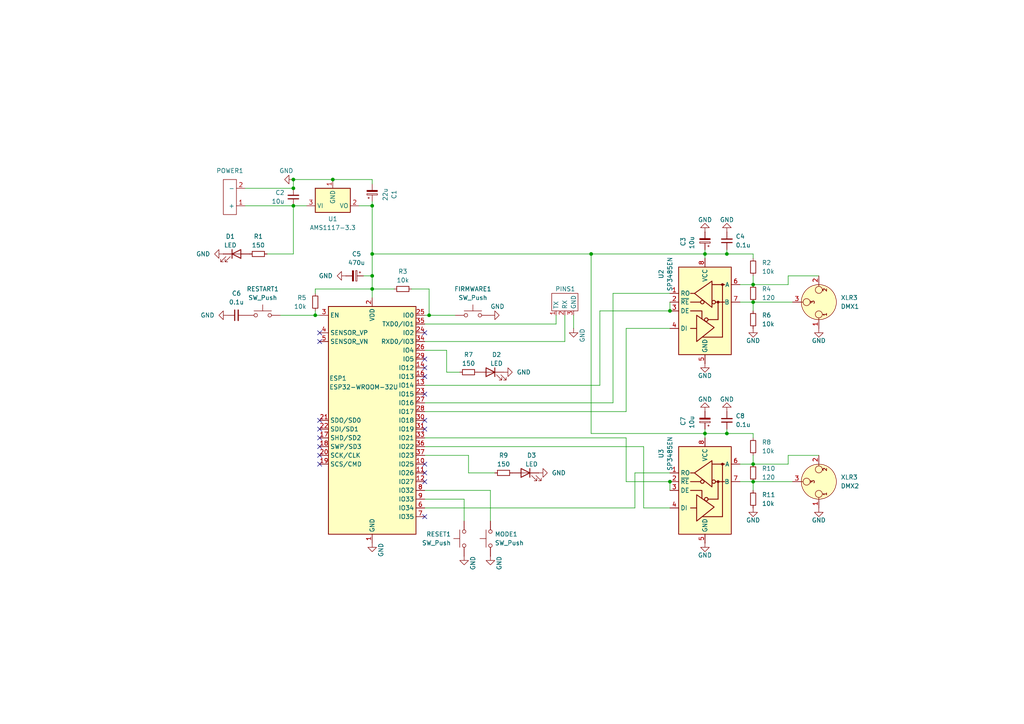
<source format=kicad_sch>
(kicad_sch (version 20250114) (generator "eeschema") (generator_version "9.0")
  (paper "A4")
  (title_block (title "Wi-Fi DMX-controller") (date "2025-03-07"))
  (lib_symbols
    (symbol "Connector_Audio:XLR3" (pin_names (hide yes))
      (property "Reference" "J" (at 0 8.89 0))
      (property "Value" "XLR3" (at 0 6.35 0))
      (symbol "XLR3_0_1"
        (polyline (pts (xy -5.08 0) (xy -4.572 0)))
        (circle (center -3.556 0) (radius 1.016))
        (circle (center 0 0) (radius 5.08) (fill (type background)))
        (circle (center 0 -3.556) (radius 1.016))
        (polyline (pts (xy 0 -5.08) (xy 0 -4.572)))
        (circle (center 3.556 0) (radius 1.016))
        (polyline (pts (xy 5.08 0) (xy 4.572 0)))
        (text "1" (at -3.556 1.778 0) (effects (font (size 1.016 1.016) (bold yes))))
        (text "3" (at 0 -1.778 0) (effects (font (size 1.016 1.016) (bold yes))))
        (text "2" (at 3.556 1.778 0) (effects (font (size 1.016 1.016) (bold yes))))
        (pin passive line (at -7.62 0 0) (length 2.54) (name "~") (number "1"))
        (pin passive line (at 0 -7.62 90) (length 2.54) (name "~") (number "3"))
        (pin passive line (at 7.62 0 180) (length 2.54) (name "~") (number "2"))
      )
    )
    (symbol "Device:C_Polarized_Small" (pin_numbers (hide yes)) (pin_names (offset 0.254) (hide yes))
      (property "Reference" "C" (at 0.254 1.778 0))
      (property "Value" "C_Polarized_Small" (at 0.254 -2.032 0))
      (symbol "C_Polarized_Small_0_1"
        (rectangle (start -1.524 0.6858) (end 1.524 0.3048))
        (rectangle (start -1.524 -0.3048) (end 1.524 -0.6858) (fill (type outline)))
        (polyline (pts (xy -1.27 1.524) (xy -0.762 1.524)))
        (polyline (pts (xy -1.016 1.27) (xy -1.016 1.778)))
      )
      (symbol "C_Polarized_Small_1_1"
        (pin passive line (at 0 2.54 270) (length 1.8542) (name "~") (number "1"))
        (pin passive line (at 0 -2.54 90) (length 1.8542) (name "~") (number "2"))
      )
    )
    (symbol "Device:C_Small" (pin_numbers (hide yes)) (pin_names (offset 0.254) (hide yes))
      (property "Reference" "C" (at 0.254 1.778 0))
      (property "Value" "C_Small" (at 0.254 -2.032 0))
      (symbol "C_Small_0_1"
        (polyline (pts (xy -1.524 0.508) (xy 1.524 0.508)) (stroke (width 0.3048)))
        (polyline (pts (xy -1.524 -0.508) (xy 1.524 -0.508)) (stroke (width 0.3302)))
      )
      (symbol "C_Small_1_1"
        (pin passive line (at 0 2.54 270) (length 2.032) (name "~") (number "1"))
        (pin passive line (at 0 -2.54 90) (length 2.032) (name "~") (number "2"))
      )
    )
    (symbol "Device:LED" (pin_numbers (hide yes)) (pin_names (offset 1.016) (hide yes))
      (property "Reference" "D" (at 0 2.54 0))
      (property "Value" "LED" (at 0 -2.54 0))
      (symbol "LED_0_1"
        (polyline (pts (xy -3.048 -0.762) (xy -4.572 -2.286) (xy -3.81 -2.286) (xy -4.572 -2.286) (xy -4.572 -1.524)))
        (polyline (pts (xy -1.778 -0.762) (xy -3.302 -2.286) (xy -2.54 -2.286) (xy -3.302 -2.286) (xy -3.302 -1.524)))
        (polyline (pts (xy -1.27 0) (xy 1.27 0)))
        (polyline (pts (xy -1.27 -1.27) (xy -1.27 1.27)) (stroke (width 0.254)))
        (polyline (pts (xy 1.27 -1.27) (xy 1.27 1.27) (xy -1.27 0) (xy 1.27 -1.27)) (stroke (width 0.254)))
      )
      (symbol "LED_1_1"
        (pin passive line (at -3.81 0 0) (length 2.54) (name "K") (number "1"))
        (pin passive line (at 3.81 0 180) (length 2.54) (name "A") (number "2"))
      )
    )
    (symbol "Device:R_Small" (pin_numbers (hide yes)) (pin_names (offset 0.254) (hide yes))
      (property "Reference" "R" (at 0.762 0.508 0))
      (property "Value" "R_Small" (at 0.762 -1.016 0))
      (symbol "R_Small_0_1"
        (rectangle (start -0.762 1.778) (end 0.762 -1.778) (stroke (width 0.2032)))
      )
      (symbol "R_Small_1_1"
        (pin passive line (at 0 2.54 270) (length 0.762) (name "~") (number "1"))
        (pin passive line (at 0 -2.54 90) (length 0.762) (name "~") (number "2"))
      )
    )
    (symbol "Interface_UART:SP3485EN"
      (property "Reference" "U" (at -7.62 13.97 0))
      (property "Value" "SP3485EN" (at 1.905 13.97 0))
      (symbol "SP3485EN_0_1"
        (rectangle (start -7.62 12.7) (end 7.62 -12.7) (stroke (width 0.254)) (fill (type background)))
        (polyline (pts (xy -4.191 2.54) (xy -1.27 2.54)) (stroke (width 0.254)))
        (polyline (pts (xy -4.191 0) (xy -0.889 0) (xy -0.889 -2.286)) (stroke (width 0.254)))
        (polyline (pts (xy -3.175 5.08) (xy -4.191 5.08) (xy -4.064 5.08)) (stroke (width 0.254)))
        (polyline (pts (xy -2.54 -5.08) (xy -4.191 -5.08)) (stroke (width 0.254)))
        (polyline (pts (xy -2.413 -5.08) (xy -2.413 -1.27) (xy 2.667 -4.826) (xy -2.413 -8.89) (xy -2.413 -5.08)) (stroke (width 0.254)))
        (polyline (pts (xy -0.635 -7.62) (xy 5.08 -7.62)) (stroke (width 0.254)))
        (circle (center 0.381 -2.54) (radius 0.508) (stroke (width 0.254)))
        (polyline (pts (xy 0.889 -2.54) (xy 3.81 -2.54)) (stroke (width 0.254)))
        (polyline (pts (xy 2.032 7.62) (xy 5.715 7.62)) (stroke (width 0.254)))
        (polyline (pts (xy 3.048 2.54) (xy 5.715 2.54)) (stroke (width 0.254)))
        (circle (center 3.81 2.54) (radius 0.2794) (stroke (width 0.254)) (fill (type outline)))
        (polyline (pts (xy 3.81 -2.54) (xy 3.81 2.54)) (stroke (width 0.254)))
        (polyline (pts (xy 5.08 -7.62) (xy 5.08 7.62)) (stroke (width 0.254)))
      )
      (symbol "SP3485EN_1_1"
        (circle (center -0.762 2.54) (radius 0.508) (stroke (width 0.254)))
        (polyline (pts (xy 2.032 4.826) (xy 2.032 8.636) (xy -3.048 5.08) (xy 2.032 1.016) (xy 2.032 4.826)) (stroke (width 0.254)))
        (circle (center 2.54 2.54) (radius 0.508) (stroke (width 0.254)))
        (circle (center 5.08 7.62) (radius 0.2794) (stroke (width 0.254)) (fill (type outline)))
        (pin output line (at -10.16 5.08 0) (length 2.54) (name "RO") (number "1"))
        (pin input line (at -10.16 2.54 0) (length 2.54) (name "~{RE}") (number "2"))
        (pin input line (at -10.16 0 0) (length 2.54) (name "DE") (number "3"))
        (pin input line (at -10.16 -5.08 0) (length 2.54) (name "DI") (number "4"))
        (pin power_in line (at 0 15.24 270) (length 2.54) (name "VCC") (number "8"))
        (pin power_in line (at 0 -15.24 90) (length 2.54) (name "GND") (number "5"))
        (pin bidirectional line (at 10.16 7.62 180) (length 2.54) (name "A") (number "6"))
        (pin bidirectional line (at 10.16 2.54 180) (length 2.54) (name "B") (number "7"))
      )
    )
    (symbol "RF_Module:ESP32-WROOM-32U"
      (property "Reference" "U" (at -12.7 34.29 0))
      (property "Value" "ESP32-WROOM-32U" (at 1.27 34.29 0))
      (symbol "ESP32-WROOM-32U_0_1"
        (rectangle (start -12.7 33.02) (end 12.7 -33.02) (stroke (width 0.254)) (fill (type background)))
      )
      (symbol "ESP32-WROOM-32U_1_1"
        (pin input line (at -15.24 30.48 0) (length 2.54) (name "EN") (number "3"))
        (pin input line (at -15.24 25.4 0) (length 2.54) (name "SENSOR_VP") (number "4"))
        (pin input line (at -15.24 22.86 0) (length 2.54) (name "SENSOR_VN") (number "5"))
        (pin bidirectional line (at -15.24 0 0) (length 2.54) (name "SDO/SD0") (number "21"))
        (pin bidirectional line (at -15.24 -2.54 0) (length 2.54) (name "SDI/SD1") (number "22"))
        (pin bidirectional line (at -15.24 -5.08 0) (length 2.54) (name "SHD/SD2") (number "17"))
        (pin bidirectional line (at -15.24 -7.62 0) (length 2.54) (name "SWP/SD3") (number "18"))
        (pin bidirectional line (at -15.24 -10.16 0) (length 2.54) (name "SCK/CLK") (number "20"))
        (pin bidirectional line (at -15.24 -12.7 0) (length 2.54) (name "SCS/CMD") (number "19"))
        (pin no_connect line (at -12.7 -27.94 0) (length 2.54) (hide yes) (name "NC") (number "32"))
        (pin power_in line (at 0 35.56 270) (length 2.54) (name "VDD") (number "2"))
        (pin power_in line (at 0 -35.56 90) (length 2.54) (name "GND") (number "1"))
        (pin passive line (at 0 -35.56 90) (length 2.54) (hide yes) (name "GND") (number "15"))
        (pin passive line (at 0 -35.56 90) (length 2.54) (hide yes) (name "GND") (number "38"))
        (pin passive line (at 0 -35.56 90) (length 2.54) (hide yes) (name "GND") (number "39"))
        (pin bidirectional line (at 15.24 30.48 180) (length 2.54) (name "IO0") (number "25"))
        (pin bidirectional line (at 15.24 27.94 180) (length 2.54) (name "TXD0/IO1") (number "35"))
        (pin bidirectional line (at 15.24 25.4 180) (length 2.54) (name "IO2") (number "24"))
        (pin bidirectional line (at 15.24 22.86 180) (length 2.54) (name "RXD0/IO3") (number "34"))
        (pin bidirectional line (at 15.24 20.32 180) (length 2.54) (name "IO4") (number "26"))
        (pin bidirectional line (at 15.24 17.78 180) (length 2.54) (name "IO5") (number "29"))
        (pin bidirectional line (at 15.24 15.24 180) (length 2.54) (name "IO12") (number "14"))
        (pin bidirectional line (at 15.24 12.7 180) (length 2.54) (name "IO13") (number "16"))
        (pin bidirectional line (at 15.24 10.16 180) (length 2.54) (name "IO14") (number "13"))
        (pin bidirectional line (at 15.24 7.62 180) (length 2.54) (name "IO15") (number "23"))
        (pin bidirectional line (at 15.24 5.08 180) (length 2.54) (name "IO16") (number "27"))
        (pin bidirectional line (at 15.24 2.54 180) (length 2.54) (name "IO17") (number "28"))
        (pin bidirectional line (at 15.24 0 180) (length 2.54) (name "IO18") (number "30"))
        (pin bidirectional line (at 15.24 -2.54 180) (length 2.54) (name "IO19") (number "31"))
        (pin bidirectional line (at 15.24 -5.08 180) (length 2.54) (name "IO21") (number "33"))
        (pin bidirectional line (at 15.24 -7.62 180) (length 2.54) (name "IO22") (number "36"))
        (pin bidirectional line (at 15.24 -10.16 180) (length 2.54) (name "IO23") (number "37"))
        (pin bidirectional line (at 15.24 -12.7 180) (length 2.54) (name "IO25") (number "10"))
        (pin bidirectional line (at 15.24 -15.24 180) (length 2.54) (name "IO26") (number "11"))
        (pin bidirectional line (at 15.24 -17.78 180) (length 2.54) (name "IO27") (number "12"))
        (pin bidirectional line (at 15.24 -20.32 180) (length 2.54) (name "IO32") (number "8"))
        (pin bidirectional line (at 15.24 -22.86 180) (length 2.54) (name "IO33") (number "9"))
        (pin input line (at 15.24 -25.4 180) (length 2.54) (name "IO34") (number "6"))
        (pin input line (at 15.24 -27.94 180) (length 2.54) (name "IO35") (number "7"))
      )
    )
    (symbol "Regulator_Linear:AMS1117-3.3"
      (property "Reference" "U" (at -3.81 3.175 0))
      (property "Value" "AMS1117-3.3" (at 0 3.175 0))
      (symbol "AMS1117-3.3_0_1"
        (rectangle (start -5.08 -5.08) (end 5.08 1.905) (stroke (width 0.254)) (fill (type background)))
      )
      (symbol "AMS1117-3.3_1_1"
        (pin power_in line (at -7.62 0 0) (length 2.54) (name "VI") (number "3"))
        (pin power_in line (at 0 -7.62 90) (length 2.54) (name "GND") (number "1"))
        (pin power_out line (at 7.62 0 180) (length 2.54) (name "VO") (number "2"))
      )
    )
    (symbol "Switch:SW_Push" (pin_numbers (hide yes)) (pin_names (offset 1.016) (hide yes))
      (property "Reference" "SW" (at 1.27 2.54 0))
      (property "Value" "SW_Push" (at 0 -1.524 0))
      (symbol "SW_Push_0_1"
        (circle (center -2.032 0) (radius 0.508))
        (polyline (pts (xy 0 1.27) (xy 0 3.048)))
        (circle (center 2.032 0) (radius 0.508))
        (polyline (pts (xy 2.54 1.27) (xy -2.54 1.27)))
        (pin passive line (at -5.08 0 0) (length 2.54) (name "1") (number "1"))
        (pin passive line (at 5.08 0 180) (length 2.54) (name "2") (number "2"))
      )
    )
    (symbol "User_Library:POWER"
      (property "Reference" "CONNECT" (at 0 -1.27 0))
      (symbol "POWER_0_1"
        (rectangle (start 5.08 0) (end -5.08 3.81))
      )
      (symbol "POWER_1_1"
        (pin power_in line (at -2.54 6.35 270) (length 2.54) (name "+") (number "1"))
        (pin input line (at 2.54 6.35 270) (length 2.54) (name "-") (number "2"))
      )
    )
    (symbol "User_Library:tx_rx_gnd"
      (property "Reference" "PINS" (at 0 6.858 0))
      (symbol "tx_rx_gnd_0_1"
        (rectangle (start 3.81 0) (end -3.81 5.08))
      )
      (symbol "tx_rx_gnd_1_1"
        (pin input line (at -2.54 -1.27 90) (length 1.27) (name "TX") (number "1"))
        (pin input line (at 0 -1.27 90) (length 1.27) (name "RX") (number "2"))
        (pin input line (at 2.54 -1.27 90) (length 1.27) (name "GND") (number "3"))
      )
    )
    (symbol "power:GND" (power) (pin_numbers (hide yes)) (pin_names (offset 0) (hide yes))
      (property "Value" "GND" (at 0 -3.81 0))
      (symbol "GND_0_1"
        (polyline (pts (xy 0 0) (xy 0 -1.27) (xy 1.27 -1.27) (xy 0 -2.54) (xy -1.27 -1.27) (xy 0 -1.27)))
      )
      (symbol "GND_1_1"
        (pin power_in line (at 0 0 270) (length 0) (name "~") (number "1"))
      )
    )
  )
  (junction (at 124.46 91.44))
  (junction (at 107.95 73.66))
  (junction (at 194.31 90.17))
  (junction (at 85.09 59.69))
  (junction (at 107.95 59.69))
  (junction (at 85.09 52.07))
  (junction (at 210.82 125.73))
  (junction (at 218.44 87.63))
  (junction (at 91.44 91.44))
  (junction (at 85.09 54.61))
  (junction (at 107.95 80.01))
  (junction (at 107.95 83.82))
  (junction (at 204.47 125.73))
  (junction (at 218.44 139.7))
  (junction (at 210.82 73.66))
  (junction (at 218.44 134.62))
  (junction (at 218.44 82.55))
  (junction (at 194.31 139.7))
  (junction (at 171.45 73.66))
  (junction (at 96.52 52.07))
  (junction (at 204.47 73.66))
  (no_connect (at 92.71 134.62))
  (no_connect (at 92.71 99.06))
  (no_connect (at 123.19 106.68))
  (no_connect (at 123.19 137.16))
  (no_connect (at 123.19 104.14))
  (no_connect (at 123.19 134.62))
  (no_connect (at 92.71 127))
  (no_connect (at 92.71 129.54))
  (no_connect (at 92.71 132.08))
  (no_connect (at 92.71 96.52))
  (no_connect (at 123.19 149.86))
  (no_connect (at 123.19 109.22))
  (no_connect (at 123.19 139.7))
  (no_connect (at 123.19 114.3))
  (no_connect (at 123.19 121.92))
  (no_connect (at 123.19 96.52))
  (no_connect (at 92.71 124.46))
  (no_connect (at 123.19 124.46))
  (no_connect (at 92.71 121.92))
  (wire (pts (xy 107.95 80.01) (xy 107.95 83.82)))
  (wire (pts (xy 107.95 59.69) (xy 104.14 59.69)))
  (wire (pts (xy 181.61 127) (xy 181.61 139.7)))
  (wire (pts (xy 218.44 139.7) (xy 229.87 139.7)))
  (wire (pts (xy 77.47 73.66) (xy 85.09 73.66)))
  (wire (pts (xy 142.24 151.13) (xy 142.24 142.24)))
  (wire (pts (xy 204.47 73.66) (xy 204.47 74.93)))
  (wire (pts (xy 91.44 83.82) (xy 107.95 83.82)))
  (wire (pts (xy 210.82 73.66) (xy 204.47 73.66)))
  (wire (pts (xy 129.54 101.6) (xy 129.54 107.95)))
  (wire (pts (xy 85.09 54.61) (xy 71.12 54.61)))
  (wire (pts (xy 228.6 132.08) (xy 228.6 134.62)))
  (wire (pts (xy 123.19 116.84) (xy 177.8 116.84)))
  (wire (pts (xy 173.99 90.17) (xy 194.31 90.17)))
  (wire (pts (xy 237.49 80.01) (xy 228.6 80.01)))
  (wire (pts (xy 81.28 91.44) (xy 91.44 91.44)))
  (wire (pts (xy 85.09 59.69) (xy 71.12 59.69)))
  (wire (pts (xy 186.69 129.54) (xy 186.69 147.32)))
  (wire (pts (xy 123.19 93.98) (xy 161.29 93.98)))
  (wire (pts (xy 181.61 139.7) (xy 194.31 139.7)))
  (wire (pts (xy 177.8 85.09) (xy 194.31 85.09)))
  (wire (pts (xy 194.31 87.63) (xy 194.31 90.17)))
  (wire (pts (xy 96.52 52.07) (xy 85.09 52.07)))
  (wire (pts (xy 124.46 91.44) (xy 132.08 91.44)))
  (wire (pts (xy 186.69 147.32) (xy 194.31 147.32)))
  (wire (pts (xy 107.95 53.34) (xy 107.95 52.07)))
  (wire (pts (xy 107.95 83.82) (xy 114.3 83.82)))
  (wire (pts (xy 214.63 134.62) (xy 218.44 134.62)))
  (wire (pts (xy 129.54 107.95) (xy 133.35 107.95)))
  (wire (pts (xy 85.09 73.66) (xy 85.09 59.69)))
  (wire (pts (xy 218.44 80.01) (xy 218.44 82.55)))
  (wire (pts (xy 210.82 72.39) (xy 210.82 73.66)))
  (wire (pts (xy 184.15 147.32) (xy 184.15 137.16)))
  (wire (pts (xy 85.09 52.07) (xy 85.09 54.61)))
  (wire (pts (xy 173.99 111.76) (xy 173.99 90.17)))
  (wire (pts (xy 204.47 124.46) (xy 204.47 125.73)))
  (wire (pts (xy 124.46 83.82) (xy 124.46 91.44)))
  (wire (pts (xy 123.19 132.08) (xy 135.89 132.08)))
  (wire (pts (xy 218.44 74.93) (xy 218.44 73.66)))
  (wire (pts (xy 107.95 59.69) (xy 107.95 73.66)))
  (wire (pts (xy 171.45 73.66) (xy 204.47 73.66)))
  (wire (pts (xy 107.95 83.82) (xy 107.95 86.36)))
  (wire (pts (xy 142.24 142.24) (xy 123.19 142.24)))
  (wire (pts (xy 107.95 73.66) (xy 171.45 73.66)))
  (wire (pts (xy 181.61 95.25) (xy 194.31 95.25)))
  (wire (pts (xy 107.95 58.42) (xy 107.95 59.69)))
  (wire (pts (xy 210.82 124.46) (xy 210.82 125.73)))
  (wire (pts (xy 177.8 116.84) (xy 177.8 85.09)))
  (wire (pts (xy 123.19 119.38) (xy 181.61 119.38)))
  (wire (pts (xy 218.44 127) (xy 218.44 125.73)))
  (wire (pts (xy 171.45 125.73) (xy 171.45 73.66)))
  (wire (pts (xy 135.89 132.08) (xy 135.89 137.16)))
  (wire (pts (xy 218.44 87.63) (xy 229.87 87.63)))
  (wire (pts (xy 135.89 137.16) (xy 143.51 137.16)))
  (wire (pts (xy 124.46 91.44) (xy 123.19 91.44)))
  (wire (pts (xy 123.19 127) (xy 181.61 127)))
  (wire (pts (xy 107.95 52.07) (xy 96.52 52.07)))
  (wire (pts (xy 134.62 151.13) (xy 134.62 144.78)))
  (wire (pts (xy 85.09 59.69) (xy 88.9 59.69)))
  (wire (pts (xy 91.44 91.44) (xy 92.71 91.44)))
  (wire (pts (xy 184.15 137.16) (xy 194.31 137.16)))
  (wire (pts (xy 123.19 144.78) (xy 134.62 144.78)))
  (wire (pts (xy 107.95 73.66) (xy 107.95 80.01)))
  (wire (pts (xy 119.38 83.82) (xy 124.46 83.82)))
  (wire (pts (xy 181.61 119.38) (xy 181.61 95.25)))
  (wire (pts (xy 123.19 129.54) (xy 186.69 129.54)))
  (wire (pts (xy 214.63 87.63) (xy 218.44 87.63)))
  (wire (pts (xy 228.6 82.55) (xy 218.44 82.55)))
  (wire (pts (xy 123.19 101.6) (xy 129.54 101.6)))
  (wire (pts (xy 204.47 72.39) (xy 204.47 73.66)))
  (wire (pts (xy 218.44 132.08) (xy 218.44 134.62)))
  (wire (pts (xy 123.19 99.06) (xy 163.83 99.06)))
  (wire (pts (xy 218.44 125.73) (xy 210.82 125.73)))
  (wire (pts (xy 123.19 147.32) (xy 184.15 147.32)))
  (wire (pts (xy 228.6 134.62) (xy 218.44 134.62)))
  (wire (pts (xy 218.44 73.66) (xy 210.82 73.66)))
  (wire (pts (xy 218.44 139.7) (xy 218.44 142.24)))
  (wire (pts (xy 105.41 80.01) (xy 107.95 80.01)))
  (wire (pts (xy 166.37 91.44) (xy 166.37 95.25)))
  (wire (pts (xy 214.63 82.55) (xy 218.44 82.55)))
  (wire (pts (xy 204.47 125.73) (xy 171.45 125.73)))
  (wire (pts (xy 91.44 83.82) (xy 91.44 85.09)))
  (wire (pts (xy 123.19 111.76) (xy 173.99 111.76)))
  (wire (pts (xy 237.49 132.08) (xy 228.6 132.08)))
  (wire (pts (xy 218.44 87.63) (xy 218.44 90.17)))
  (wire (pts (xy 214.63 139.7) (xy 218.44 139.7)))
  (wire (pts (xy 194.31 139.7) (xy 194.31 142.24)))
  (wire (pts (xy 204.47 125.73) (xy 204.47 127)))
  (wire (pts (xy 161.29 93.98) (xy 161.29 91.44)))
  (wire (pts (xy 228.6 80.01) (xy 228.6 82.55)))
  (wire (pts (xy 210.82 125.73) (xy 204.47 125.73)))
  (wire (pts (xy 163.83 99.06) (xy 163.83 91.44)))
  (wire (pts (xy 91.44 90.17) (xy 91.44 91.44)))
  (symbol (lib_id "Device:C_Small") (at 85.09 57.15 0) (mirror x) (unit 1)
    (property "Reference" "C2" (at 82.55 55.8735 0) (effects (justify right)))
    (property "Value" "10u" (at 82.55 58.4135 0) (effects (justify right)))
    (property "Footprint" "Capacitor_SMD:C_0805_2012Metric" (effects (hide yes)))
    (property "Description" "Unpolarized capacitor, small symbol" (effects (hide yes)))
  )
  (symbol (lib_id "power:GND") (at 142.24 161.29 0) (unit 1)
    (property "Reference" "#PWR021" (effects (hide yes)))
    (property "Value" "GND" (at 144.78 161.29 90) (effects (justify right)))
    (property "Description" "Power symbol creates a global label with name \"GND\" , ground" (effects (hide yes)))
  )
  (symbol (lib_id "power:GND") (at 237.49 95.25 0) (unit 1)
    (property "Reference" "#PWR010" (effects (hide yes)))
    (property "Value" "GND" (at 239.522 98.806 0) (effects (justify right)))
    (property "Description" "Power symbol creates a global label with name \"GND\" , ground" (effects (hide yes)))
  )
  (symbol (lib_id "power:GND") (at 218.44 95.25 0) (unit 1)
    (property "Reference" "#PWR09" (effects (hide yes)))
    (property "Value" "GND" (at 220.472 98.806 0) (effects (justify right)))
    (property "Description" "Power symbol creates a global label with name \"GND\" , ground" (effects (hide yes)))
  )
  (symbol (lib_id "power:GND") (at 210.82 67.31 180) (unit 1)
    (property "Reference" "#PWR03" (effects (hide yes)))
    (property "Value" "GND" (at 208.788 63.754 0) (effects (justify right)))
    (property "Description" "Power symbol creates a global label with name \"GND\" , ground" (effects (hide yes)))
  )
  (symbol (lib_id "Switch:SW_Push") (at 137.16 91.44 0) (unit 1)
    (property "Reference" "FIRMWARE1" (at 137.16 83.82 0))
    (property "Value" "SW_Push" (at 137.16 86.36 0))
    (property "Footprint" "User_Library:2pin_2-1-2.54mm" (effects (hide yes)))
    (property "Description" "Push button switch, generic, two pins" (effects (hide yes)))
  )
  (symbol (lib_id "power:GND") (at 66.04 91.44 270) (unit 1)
    (property "Reference" "#PWR06" (effects (hide yes)))
    (property "Value" "GND" (at 62.23 91.4399 90) (effects (justify right)))
    (property "Description" "Power symbol creates a global label with name \"GND\" , ground" (effects (hide yes)))
  )
  (symbol (lib_id "power:GND") (at 64.77 73.66 270) (unit 1)
    (property "Reference" "#PWR04" (effects (hide yes)))
    (property "Value" "GND" (at 60.96 73.6599 90) (effects (justify right)))
    (property "Description" "Power symbol creates a global label with name \"GND\" , ground" (effects (hide yes)))
  )
  (symbol (lib_id "power:GND") (at 204.47 119.38 180) (unit 1)
    (property "Reference" "#PWR013" (effects (hide yes)))
    (property "Value" "GND" (at 202.438 115.824 0) (effects (justify right)))
    (property "Description" "Power symbol creates a global label with name \"GND\" , ground" (effects (hide yes)))
  )
  (symbol (lib_id "Device:LED") (at 68.58 73.66 0) (unit 1)
    (property "Reference" "D1" (at 66.802 68.58 0))
    (property "Value" "LED" (at 66.802 71.12 0))
    (property "Footprint" "LED_THT:LED_D5.0mm_Clear" (effects (hide yes)))
    (property "Description" "Light emitting diode" (effects (hide yes)))
  )
  (symbol (lib_id "Device:R_Small") (at 135.89 107.95 90) (mirror x) (unit 1)
    (property "Reference" "R7" (at 135.89 102.87 90))
    (property "Value" "150" (at 135.89 105.41 90))
    (property "Footprint" "Resistor_SMD:R_1206_3216Metric" (effects (hide yes)))
    (property "Description" "Resistor, small symbol" (effects (hide yes)))
  )
  (symbol (lib_id "power:GND") (at 237.49 147.32 0) (unit 1)
    (property "Reference" "#PWR017" (effects (hide yes)))
    (property "Value" "GND" (at 239.522 150.876 0) (effects (justify right)))
    (property "Description" "Power symbol creates a global label with name \"GND\" , ground" (effects (hide yes)))
  )
  (symbol (lib_id "Device:C_Polarized_Small") (at 204.47 69.85 180) (unit 1)
    (property "Reference" "C3" (at 198.12 70.104 90))
    (property "Value" "10u" (at 200.66 70.3961 90))
    (property "Footprint" "Capacitor_THT:CP_Radial_D4.0mm_P2.00mm" (effects (hide yes)))
    (property "Description" "Polarized capacitor, small symbol" (effects (hide yes)))
  )
  (symbol (lib_id "power:GND") (at 204.47 157.48 0) (unit 1)
    (property "Reference" "#PWR019" (effects (hide yes)))
    (property "Value" "GND" (at 206.502 161.036 0) (effects (justify right)))
    (property "Description" "Power symbol creates a global label with name \"GND\" , ground" (effects (hide yes)))
  )
  (symbol (lib_id "Connector_Audio:XLR3") (at 237.49 87.63 270) (mirror x) (unit 1)
    (property "Reference" "DMX1" (at 243.84 88.9001 90) (effects (justify left)))
    (property "Value" "XLR3" (at 243.84 86.3601 90) (effects (justify left)))
    (property "Footprint" "User_Library:3pin_3-1.5mm" (effects (hide yes)))
    (property "Description" "XLR Connector, Male or Female, 3 Pins" (effects (hide yes)))
  )
  (symbol (lib_id "power:GND") (at 85.09 52.07 270) (mirror x) (unit 1)
    (property "Reference" "#PWR01" (effects (hide yes)))
    (property "Value" "GND" (at 85.09 49.53 90) (effects (justify right)))
    (property "Description" "Power symbol creates a global label with name \"GND\" , ground" (effects (hide yes)))
  )
  (symbol (lib_id "Device:C_Polarized_Small") (at 107.95 55.88 0) (mirror x) (unit 1)
    (property "Reference" "C1" (at 114.3 56.4261 90))
    (property "Value" "22u" (at 111.76 56.4261 90))
    (property "Footprint" "Capacitor_THT:CP_Radial_D6.3mm_P2.50mm" (effects (hide yes)))
    (property "Description" "Polarized capacitor, small symbol" (effects (hide yes)))
  )
  (symbol (lib_id "RF_Module:ESP32-WROOM-32U") (at 107.95 121.92 0) (unit 1)
    (property "Reference" "ESP1" (at 95.504 109.728 0) (effects (justify left)))
    (property "Value" "ESP32-WROOM-32U" (at 95.504 112.268 0) (effects (justify left)))
    (property "Footprint" "RF_Module:ESP32-WROOM-32U" (effects (hide yes)))
    (property "Datasheet" "https://www.espressif.com/sites/default/files/documentation/esp32-wroom-32d_esp32-wroom-32u_datasheet_en.pdf" (effects (hide yes)))
    (property "Description" "RF Module, ESP32-D0WD SoC, Wi-Fi 802.11b/g/n, Bluetooth, BLE, 32-bit, 2.7-3.6V, external antenna, SMD" (effects (hide yes)))
  )
  (symbol (lib_id "Interface_UART:SP3485EN") (at 204.47 90.17 0) (unit 1)
    (property "Reference" "U2" (at 191.77 79.502 90))
    (property "Value" "SP3485EN" (at 194.31 79.502 90))
    (property "Footprint" "Package_SO:SOIC-8_3.9x4.9mm_P1.27mm" (effects (hide yes)))
    (property "Datasheet" "http://www.icbase.com/pdf/SPX/SPX00480106.pdf" (effects (hide yes)))
    (property "Description" "Industrial 3.3V Low Power Half-Duplex RS-485 Transceiver 10Mbps, SOIC-8" (effects (hide yes)))
  )
  (symbol (lib_id "User_Library:tx_rx_gnd") (at 163.83 90.17 0) (unit 1)
    (property "Reference" "PINS1" (at 161.036 83.82 0) (effects (justify left)))
    (property "Footprint" "User_Library:tx_rx_gnd" (effects (hide yes)))
  )
  (symbol (lib_id "Regulator_Linear:AMS1117-3.3") (at 96.52 59.69 0) (mirror x) (unit 1)
    (property "Reference" "U1" (at 96.52 63.5 0))
    (property "Value" "AMS1117-3.3" (at 96.52 66.04 0))
    (property "Footprint" "Package_TO_SOT_SMD:SOT-223-3_TabPin2" (effects (hide yes)))
    (property "Datasheet" "http://www.advanced-monolithic.com/pdf/ds1117.pdf" (effects (hide yes)))
    (property "Description" "1A Low Dropout regulator, positive, 3.3V fixed output, SOT-223" (effects (hide yes)))
  )
  (symbol (lib_id "power:GND") (at 204.47 67.31 180) (unit 1)
    (property "Reference" "#PWR02" (effects (hide yes)))
    (property "Value" "GND" (at 202.438 63.754 0) (effects (justify right)))
    (property "Description" "Power symbol creates a global label with name \"GND\" , ground" (effects (hide yes)))
  )
  (symbol (lib_id "Device:LED") (at 142.24 107.95 0) (mirror y) (unit 1)
    (property "Reference" "D2" (at 144.018 102.87 0))
    (property "Value" "LED" (at 144.018 105.41 0))
    (property "Footprint" "LED_THT:LED_D5.0mm_Clear" (effects (hide yes)))
    (property "Description" "Light emitting diode" (effects (hide yes)))
  )
  (symbol (lib_id "Device:C_Small") (at 210.82 121.92 180) (unit 1)
    (property "Reference" "C8" (at 213.36 120.6435 0) (effects (justify right)))
    (property "Value" "0.1u" (at 213.36 123.1835 0) (effects (justify right)))
    (property "Footprint" "Capacitor_SMD:C_1206_3216Metric" (effects (hide yes)))
    (property "Description" "Unpolarized capacitor, small symbol" (effects (hide yes)))
  )
  (symbol (lib_id "power:GND") (at 100.33 80.01 270) (unit 1)
    (property "Reference" "#PWR05" (effects (hide yes)))
    (property "Value" "GND" (at 96.52 80.0099 90) (effects (justify right)))
    (property "Description" "Power symbol creates a global label with name \"GND\" , ground" (effects (hide yes)))
  )
  (symbol (lib_id "Switch:SW_Push") (at 142.24 156.21 90) (unit 1)
    (property "Reference" "MODE1" (at 143.51 154.9399 90) (effects (justify right)))
    (property "Value" "SW_Push" (at 143.51 157.4799 90) (effects (justify right)))
    (property "Footprint" "User_Library:2pin_2-1-2.54mm" (effects (hide yes)))
    (property "Description" "Push button switch, generic, two pins" (effects (hide yes)))
  )
  (symbol (lib_id "Device:C_Small") (at 68.58 91.44 90) (unit 1)
    (property "Reference" "C6" (at 68.5863 85.09 90))
    (property "Value" "0.1u" (at 68.5863 87.63 90))
    (property "Footprint" "Capacitor_SMD:C_1206_3216Metric" (effects (hide yes)))
    (property "Description" "Unpolarized capacitor, small symbol" (effects (hide yes)))
  )
  (symbol (lib_id "Switch:SW_Push") (at 76.2 91.44 0) (unit 1)
    (property "Reference" "RESTART1" (at 76.2 83.82 0))
    (property "Value" "SW_Push" (at 76.2 86.36 0))
    (property "Footprint" "User_Library:2pin_2-1-2.54mm" (effects (hide yes)))
    (property "Description" "Push button switch, generic, two pins" (effects (hide yes)))
  )
  (symbol (lib_id "User_Library:POWER") (at 64.77 57.15 270) (mirror x) (unit 1)
    (property "Reference" "POWER1" (at 66.675 49.53 90))
    (property "Value" "5V" (effects (hide yes)))
    (property "Footprint" "User_Library:2pin_2-1mm" (effects (hide yes)))
  )
  (symbol (lib_id "Device:R_Small") (at 74.93 73.66 270) (unit 1)
    (property "Reference" "R1" (at 74.93 68.58 90))
    (property "Value" "150" (at 74.93 71.12 90))
    (property "Footprint" "Resistor_SMD:R_1206_3216Metric" (effects (hide yes)))
    (property "Description" "Resistor, small symbol" (effects (hide yes)))
  )
  (symbol (lib_id "Device:R_Small") (at 116.84 83.82 270) (unit 1)
    (property "Reference" "R3" (at 116.84 78.74 90))
    (property "Value" "10k" (at 116.84 81.28 90))
    (property "Footprint" "Resistor_SMD:R_0805_2012Metric" (effects (hide yes)))
    (property "Description" "Resistor, small symbol" (effects (hide yes)))
  )
  (symbol (lib_id "Device:R_Small") (at 218.44 92.71 180) (unit 1)
    (property "Reference" "R6" (at 220.98 91.4399 0) (effects (justify right)))
    (property "Value" "10k" (at 220.98 93.9799 0) (effects (justify right)))
    (property "Footprint" "Resistor_SMD:R_0805_2012Metric" (effects (hide yes)))
    (property "Description" "Resistor, small symbol" (effects (hide yes)))
  )
  (symbol (lib_id "Device:R_Small") (at 218.44 144.78 180) (unit 1)
    (property "Reference" "R11" (at 220.98 143.5099 0) (effects (justify right)))
    (property "Value" "10k" (at 220.98 146.0499 0) (effects (justify right)))
    (property "Footprint" "Resistor_SMD:R_0805_2012Metric" (effects (hide yes)))
    (property "Description" "Resistor, small symbol" (effects (hide yes)))
  )
  (symbol (lib_id "power:GND") (at 218.44 147.32 0) (unit 1)
    (property "Reference" "#PWR016" (effects (hide yes)))
    (property "Value" "GND" (at 220.472 150.876 0) (effects (justify right)))
    (property "Description" "Power symbol creates a global label with name \"GND\" , ground" (effects (hide yes)))
  )
  (symbol (lib_id "power:GND") (at 156.21 137.16 90) (mirror x) (unit 1)
    (property "Reference" "#PWR015" (effects (hide yes)))
    (property "Value" "GND" (at 160.02 137.1599 90) (effects (justify right)))
    (property "Description" "Power symbol creates a global label with name \"GND\" , ground" (effects (hide yes)))
  )
  (symbol (lib_id "power:GND") (at 210.82 119.38 180) (unit 1)
    (property "Reference" "#PWR014" (effects (hide yes)))
    (property "Value" "GND" (at 208.788 115.824 0) (effects (justify right)))
    (property "Description" "Power symbol creates a global label with name \"GND\" , ground" (effects (hide yes)))
  )
  (symbol (lib_id "power:GND") (at 204.47 105.41 0) (unit 1)
    (property "Reference" "#PWR011" (effects (hide yes)))
    (property "Value" "GND" (at 206.502 108.966 0) (effects (justify right)))
    (property "Description" "Power symbol creates a global label with name \"GND\" , ground" (effects (hide yes)))
  )
  (symbol (lib_id "power:GND") (at 107.95 157.48 0) (unit 1)
    (property "Reference" "#PWR018" (effects (hide yes)))
    (property "Value" "GND" (at 110.49 157.48 90) (effects (justify right)))
    (property "Description" "Power symbol creates a global label with name \"GND\" , ground" (effects (hide yes)))
  )
  (symbol (lib_id "Device:C_Small") (at 210.82 69.85 180) (unit 1)
    (property "Reference" "C4" (at 213.36 68.5735 0) (effects (justify right)))
    (property "Value" "0.1u" (at 213.36 71.1135 0) (effects (justify right)))
    (property "Footprint" "Capacitor_SMD:C_1206_3216Metric" (effects (hide yes)))
    (property "Description" "Unpolarized capacitor, small symbol" (effects (hide yes)))
  )
  (symbol (lib_id "power:GND") (at 146.05 107.95 90) (mirror x) (unit 1)
    (property "Reference" "#PWR012" (effects (hide yes)))
    (property "Value" "GND" (at 149.86 107.9499 90) (effects (justify right)))
    (property "Description" "Power symbol creates a global label with name \"GND\" , ground" (effects (hide yes)))
  )
  (symbol (lib_id "Device:R_Small") (at 91.44 87.63 0) (mirror x) (unit 1)
    (property "Reference" "R5" (at 88.9 86.3599 0) (effects (justify right)))
    (property "Value" "10k" (at 88.9 88.8999 0) (effects (justify right)))
    (property "Footprint" "Resistor_SMD:R_0805_2012Metric" (effects (hide yes)))
    (property "Description" "Resistor, small symbol" (effects (hide yes)))
  )
  (symbol (lib_id "power:GND") (at 134.62 161.29 0) (unit 1)
    (property "Reference" "#PWR020" (effects (hide yes)))
    (property "Value" "GND" (at 137.16 161.29 90) (effects (justify right)))
    (property "Description" "Power symbol creates a global label with name \"GND\" , ground" (effects (hide yes)))
  )
  (symbol (lib_id "Switch:SW_Push") (at 134.62 156.21 90) (mirror x) (unit 1)
    (property "Reference" "RESET1" (at 130.81 154.9399 90) (effects (justify left)))
    (property "Value" "SW_Push" (at 130.81 157.4799 90) (effects (justify left)))
    (property "Footprint" "User_Library:2pin_2-1-2.54mm" (effects (hide yes)))
    (property "Description" "Push button switch, generic, two pins" (effects (hide yes)))
  )
  (symbol (lib_id "Device:R_Small") (at 218.44 129.54 180) (unit 1)
    (property "Reference" "R8" (at 220.98 128.2699 0) (effects (justify right)))
    (property "Value" "10k" (at 220.98 130.8099 0) (effects (justify right)))
    (property "Footprint" "Resistor_SMD:R_0805_2012Metric" (effects (hide yes)))
    (property "Description" "Resistor, small symbol" (effects (hide yes)))
  )
  (symbol (lib_id "power:GND") (at 166.37 95.25 0) (unit 1)
    (property "Reference" "#PWR08" (effects (hide yes)))
    (property "Value" "GND" (at 168.91 95.25 90) (effects (justify right)))
    (property "Description" "Power symbol creates a global label with name \"GND\" , ground" (effects (hide yes)))
  )
  (symbol (lib_id "Connector_Audio:XLR3") (at 237.49 139.7 270) (mirror x) (unit 1)
    (property "Reference" "DMX2" (at 243.84 140.9701 90) (effects (justify left)))
    (property "Value" "XLR3" (at 243.84 138.4301 90) (effects (justify left)))
    (property "Footprint" "User_Library:3pin_3-1.5mm" (effects (hide yes)))
    (property "Description" "XLR Connector, Male or Female, 3 Pins" (effects (hide yes)))
  )
  (symbol (lib_id "Interface_UART:SP3485EN") (at 204.47 142.24 0) (unit 1)
    (property "Reference" "U3" (at 191.77 131.572 90))
    (property "Value" "SP3485EN" (at 194.31 131.572 90))
    (property "Footprint" "Package_SO:SOIC-8_3.9x4.9mm_P1.27mm" (effects (hide yes)))
    (property "Datasheet" "http://www.icbase.com/pdf/SPX/SPX00480106.pdf" (effects (hide yes)))
    (property "Description" "Industrial 3.3V Low Power Half-Duplex RS-485 Transceiver 10Mbps, SOIC-8" (effects (hide yes)))
  )
  (symbol (lib_id "Device:C_Polarized_Small") (at 204.47 121.92 180) (unit 1)
    (property "Reference" "C7" (at 198.12 122.174 90))
    (property "Value" "10u" (at 200.66 122.4661 90))
    (property "Footprint" "Capacitor_THT:CP_Radial_D4.0mm_P2.00mm" (effects (hide yes)))
    (property "Description" "Polarized capacitor, small symbol" (effects (hide yes)))
  )
  (symbol (lib_id "Device:R_Small") (at 218.44 77.47 180) (unit 1)
    (property "Reference" "R2" (at 220.98 76.1999 0) (effects (justify right)))
    (property "Value" "10k" (at 220.98 78.7399 0) (effects (justify right)))
    (property "Footprint" "Resistor_SMD:R_0805_2012Metric" (effects (hide yes)))
    (property "Description" "Resistor, small symbol" (effects (hide yes)))
  )
  (symbol (lib_id "Device:R_Small") (at 218.44 85.09 180) (unit 1)
    (property "Reference" "R4" (at 220.98 83.8199 0) (effects (justify right)))
    (property "Value" "120" (at 220.98 86.3599 0) (effects (justify right)))
    (property "Footprint" "Resistor_SMD:R_1206_3216Metric" (effects (hide yes)))
    (property "Description" "Resistor, small symbol" (effects (hide yes)))
  )
  (symbol (lib_id "Device:LED") (at 152.4 137.16 0) (mirror y) (unit 1)
    (property "Reference" "D3" (at 154.178 132.08 0))
    (property "Value" "LED" (at 154.178 134.62 0))
    (property "Footprint" "LED_THT:LED_D5.0mm_Clear" (effects (hide yes)))
    (property "Description" "Light emitting diode" (effects (hide yes)))
  )
  (symbol (lib_id "Device:R_Small") (at 146.05 137.16 90) (mirror x) (unit 1)
    (property "Reference" "R9" (at 146.05 132.08 90))
    (property "Value" "150" (at 146.05 134.62 90))
    (property "Footprint" "Resistor_SMD:R_1206_3216Metric" (effects (hide yes)))
    (property "Description" "Resistor, small symbol" (effects (hide yes)))
  )
  (symbol (lib_id "power:GND") (at 142.24 91.44 90) (unit 1)
    (property "Reference" "#PWR07" (effects (hide yes)))
    (property "Value" "GND" (at 142.24 88.9 90) (effects (justify right)))
    (property "Description" "Power symbol creates a global label with name \"GND\" , ground" (effects (hide yes)))
  )
  (symbol (lib_id "Device:C_Polarized_Small") (at 102.87 80.01 270) (unit 1)
    (property "Reference" "C5" (at 103.4161 73.66 90))
    (property "Value" "470u" (at 103.4161 76.2 90))
    (property "Footprint" "Capacitor_THT:CP_Radial_D6.3mm_P2.50mm" (effects (hide yes)))
    (property "Description" "Polarized capacitor, small symbol" (effects (hide yes)))
  )
  (symbol (lib_id "Device:R_Small") (at 218.44 137.16 180) (unit 1)
    (property "Reference" "R10" (at 220.98 135.8899 0) (effects (justify right)))
    (property "Value" "120" (at 220.98 138.4299 0) (effects (justify right)))
    (property "Footprint" "Resistor_SMD:R_1206_3216Metric" (effects (hide yes)))
    (property "Description" "Resistor, small symbol" (effects (hide yes)))
  )
)
</source>
